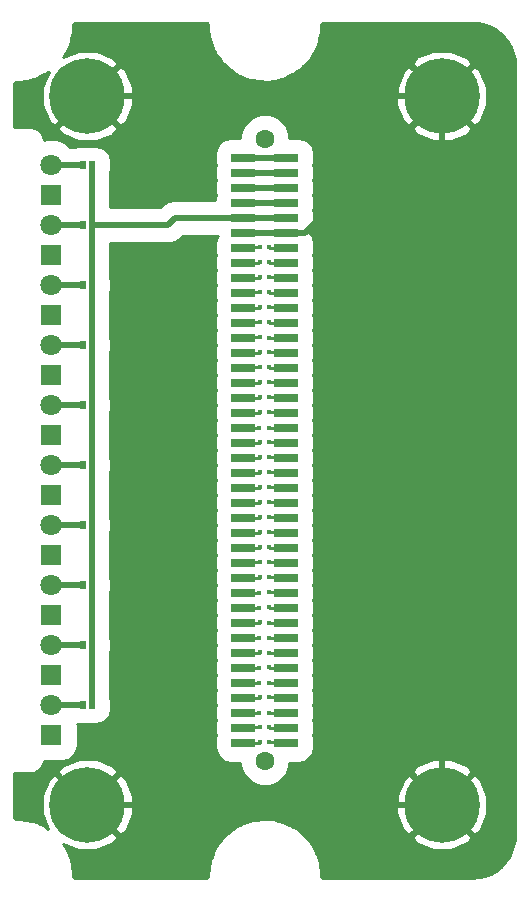
<source format=gbr>
G04 #@! TF.GenerationSoftware,KiCad,Pcbnew,(5.0.0-rc2-dev-107-g49486b83b)*
G04 #@! TF.CreationDate,2018-03-19T01:36:34+08:00*
G04 #@! TF.ProjectId,ebox-gpio-led,65626F782D6770696F2D6C65642E6B69,rev?*
G04 #@! TF.SameCoordinates,Original*
G04 #@! TF.FileFunction,Copper,L2,Bot,Signal*
G04 #@! TF.FilePolarity,Positive*
%FSLAX46Y46*%
G04 Gerber Fmt 4.6, Leading zero omitted, Abs format (unit mm)*
G04 Created by KiCad (PCBNEW (5.0.0-rc2-dev-107-g49486b83b)) date 03/19/18 01:36:34*
%MOMM*%
%LPD*%
G01*
G04 APERTURE LIST*
%ADD10C,1.600000*%
%ADD11R,2.100000X0.750000*%
%ADD12R,0.575000X0.650000*%
%ADD13C,0.800000*%
%ADD14C,6.400000*%
%ADD15C,1.800000*%
%ADD16R,1.800000X1.800000*%
%ADD17C,0.400000*%
%ADD18C,0.200000*%
%ADD19C,0.500000*%
%ADD20C,0.250000*%
%ADD21C,0.254000*%
G04 APERTURE END LIST*
D10*
X22500000Y-63839800D03*
X22512700Y-11122100D03*
X22500000Y-63839800D03*
X22500000Y-11122100D03*
D11*
X24300000Y-62265000D03*
X20700000Y-62265000D03*
X24300000Y-60995000D03*
X20700000Y-60995000D03*
X24300000Y-59725000D03*
X20700000Y-59725000D03*
X24300000Y-58455000D03*
X20700000Y-58455000D03*
X24300000Y-57185000D03*
X20700000Y-57185000D03*
X24300000Y-55915000D03*
X20700000Y-55915000D03*
X24300000Y-54645000D03*
X20700000Y-54645000D03*
X24300000Y-53375000D03*
X20700000Y-53375000D03*
X24300000Y-52105000D03*
X20700000Y-52105000D03*
X24300000Y-50835000D03*
X20700000Y-50835000D03*
X24300000Y-49565000D03*
X20700000Y-49565000D03*
X24300000Y-48295000D03*
X20700000Y-48295000D03*
X24300000Y-47025000D03*
X20700000Y-47025000D03*
X24300000Y-45755000D03*
X20700000Y-45755000D03*
X24300000Y-44485000D03*
X20700000Y-44485000D03*
X24300000Y-43215000D03*
X20700000Y-43215000D03*
X24300000Y-41945000D03*
X20700000Y-41945000D03*
X24300000Y-40675000D03*
X20700000Y-40675000D03*
X24300000Y-39405000D03*
X20700000Y-39405000D03*
X24300000Y-38135000D03*
X20700000Y-38135000D03*
X24300000Y-36865000D03*
X20700000Y-36865000D03*
X24300000Y-35595000D03*
X20700000Y-35595000D03*
X24300000Y-34325000D03*
X20700000Y-34325000D03*
X24300000Y-33055000D03*
X20700000Y-33055000D03*
X24300000Y-31785000D03*
X20700000Y-31785000D03*
X24300000Y-30515000D03*
X20700000Y-30515000D03*
X24300000Y-29245000D03*
X20700000Y-29245000D03*
X24300000Y-27975000D03*
X20700000Y-27975000D03*
X24300000Y-26705000D03*
X20700000Y-26705000D03*
X24300000Y-25435000D03*
X20700000Y-25435000D03*
X24300000Y-24165000D03*
X20700000Y-24165000D03*
X24300000Y-22895000D03*
X20700000Y-22895000D03*
X24300000Y-21625000D03*
X20700000Y-21625000D03*
X24300000Y-20355000D03*
X20700000Y-20355000D03*
X24300000Y-19085000D03*
X20700000Y-19085000D03*
X24300000Y-17815000D03*
X20700000Y-17815000D03*
X24300000Y-16545000D03*
X20700000Y-16545000D03*
X24300000Y-15275000D03*
X20700000Y-15275000D03*
X24300000Y-14005000D03*
X20700000Y-14005000D03*
X24300000Y-12735000D03*
X20700000Y-12735000D03*
D12*
X7874000Y-13335000D03*
X7099000Y-13335000D03*
X7874000Y-18415000D03*
X7099000Y-18415000D03*
D13*
X9197056Y-5802944D03*
X7500000Y-5100000D03*
X5802944Y-5802944D03*
X5100000Y-7500000D03*
X5802944Y-9197056D03*
X7500000Y-9900000D03*
X9197056Y-9197056D03*
X9900000Y-7500000D03*
D14*
X7500000Y-7500000D03*
D13*
X39197056Y-5802944D03*
X37500000Y-5100000D03*
X35802944Y-5802944D03*
X35100000Y-7500000D03*
X35802944Y-9197056D03*
X37500000Y-9900000D03*
X39197056Y-9197056D03*
X39900000Y-7500000D03*
D14*
X37500000Y-7500000D03*
D13*
X9197056Y-65802944D03*
X7500000Y-65100000D03*
X5802944Y-65802944D03*
X5100000Y-67500000D03*
X5802944Y-69197056D03*
X7500000Y-69900000D03*
X9197056Y-69197056D03*
X9900000Y-67500000D03*
D14*
X7500000Y-67500000D03*
D13*
X39197056Y-65802944D03*
X37500000Y-65100000D03*
X35802944Y-65802944D03*
X35100000Y-67500000D03*
X35802944Y-69197056D03*
X37500000Y-69900000D03*
X39197056Y-69197056D03*
X39900000Y-67500000D03*
D14*
X37500000Y-67500000D03*
D12*
X7099000Y-23495000D03*
X7874000Y-23495000D03*
X7874000Y-28575000D03*
X7099000Y-28575000D03*
X7099000Y-33655000D03*
X7874000Y-33655000D03*
X7874000Y-38735000D03*
X7099000Y-38735000D03*
X7099000Y-43815000D03*
X7874000Y-43815000D03*
X7874000Y-48895000D03*
X7099000Y-48895000D03*
X7099000Y-53975000D03*
X7874000Y-53975000D03*
X7874000Y-59055000D03*
X7099000Y-59055000D03*
D15*
X4445000Y-13335000D03*
D16*
X4445000Y-15875000D03*
X4445000Y-20955000D03*
D15*
X4445000Y-18415000D03*
X4445000Y-23495000D03*
D16*
X4445000Y-26035000D03*
X4445000Y-31115000D03*
D15*
X4445000Y-28575000D03*
X4445000Y-33655000D03*
D16*
X4445000Y-36195000D03*
X4445000Y-41275000D03*
D15*
X4445000Y-38735000D03*
D16*
X4445000Y-46355000D03*
D15*
X4445000Y-43815000D03*
X4445000Y-48895000D03*
D16*
X4445000Y-51435000D03*
X4445000Y-56515000D03*
D15*
X4445000Y-53975000D03*
X4445000Y-59055000D03*
D16*
X4445000Y-61595000D03*
D17*
X22860000Y-15240000D03*
X22098000Y-15240000D03*
X22860000Y-19050000D03*
X22860000Y-17780000D03*
X22860000Y-16510000D03*
X22860000Y-13970000D03*
X22860000Y-12700000D03*
X22098000Y-19050000D03*
X22098000Y-17780000D03*
X22098000Y-16510000D03*
X22098000Y-13970000D03*
X22098000Y-12700000D03*
X22098000Y-21590000D03*
D18*
X16510000Y-15875000D03*
X16510000Y-21590000D03*
X11430000Y-16510000D03*
X11430000Y-12700000D03*
X16510000Y-12700000D03*
X14605000Y-62865000D03*
X41275000Y-62865000D03*
X41275000Y-55880000D03*
X41275000Y-48895000D03*
X41275000Y-41275000D03*
X41275000Y-34925000D03*
X41275000Y-28575000D03*
X41275000Y-24130000D03*
X41275000Y-19050000D03*
X35560000Y-62865000D03*
X35560000Y-55880000D03*
X35560000Y-48895000D03*
X35560000Y-41275000D03*
X35560000Y-34925000D03*
X35560000Y-28575000D03*
X35560000Y-24130000D03*
X35560000Y-19050000D03*
X29845000Y-62865000D03*
X29845000Y-55880000D03*
X29845000Y-48895000D03*
X29845000Y-41275000D03*
X29845000Y-34925000D03*
X29845000Y-28575000D03*
X29845000Y-24130000D03*
X29845000Y-19050000D03*
X29845000Y-12700000D03*
X35560000Y-12700000D03*
X41275000Y-12700000D03*
D17*
X22098000Y-20320000D03*
X22860000Y-20320000D03*
X22860000Y-21590000D03*
X22098000Y-22860000D03*
X22860000Y-22860000D03*
X22098000Y-24130000D03*
X22860000Y-24130000D03*
X22098000Y-25400000D03*
X22860000Y-25400000D03*
X22098000Y-26670000D03*
X22860000Y-26670000D03*
X22098000Y-27940000D03*
X22895000Y-27975000D03*
X22098000Y-29210000D03*
X22860000Y-29210000D03*
X22098000Y-30480000D03*
X22860000Y-30480000D03*
X22098000Y-31750000D03*
X22860000Y-31750000D03*
X22098000Y-33020000D03*
X22860000Y-33020000D03*
X22098000Y-34290000D03*
X22860000Y-34290000D03*
X22063000Y-35595000D03*
X22895000Y-35595000D03*
X22098000Y-36830000D03*
X22860000Y-36830000D03*
X22098000Y-38100000D03*
X22860000Y-38100000D03*
X22098000Y-39370000D03*
X22860000Y-39370000D03*
X22098000Y-40640000D03*
X22860000Y-40640000D03*
X22098000Y-41910000D03*
X22860000Y-41910000D03*
X22098000Y-43180000D03*
X22860000Y-43180000D03*
X22098000Y-44450000D03*
X22860000Y-44450000D03*
X22098000Y-45720000D03*
X22860000Y-45720000D03*
X22098000Y-46990000D03*
X22860000Y-46990000D03*
X22098000Y-48260000D03*
X22860000Y-48260000D03*
X22063000Y-49565000D03*
X22860000Y-49530000D03*
X22063000Y-50835000D03*
X22860000Y-50800000D03*
X22098000Y-52070000D03*
X22895000Y-52105000D03*
X22063000Y-53375000D03*
X22895000Y-53375000D03*
X22098000Y-54610000D03*
X22895000Y-54645000D03*
X22063000Y-55915000D03*
X22860000Y-55880000D03*
X22063000Y-57185000D03*
X22895000Y-57185000D03*
X22098000Y-58420000D03*
X22860000Y-58420000D03*
X22063000Y-59725000D03*
X22895000Y-59725000D03*
X22895000Y-59725000D03*
X22098000Y-60960000D03*
X22860000Y-60960000D03*
X22098000Y-62230000D03*
X22860000Y-62230000D03*
D19*
X20700000Y-12735000D02*
X24300000Y-12735000D01*
X24300000Y-14005000D02*
X20700000Y-14005000D01*
X24300000Y-16545000D02*
X20700000Y-16545000D01*
X14951000Y-17815000D02*
X14351000Y-18415000D01*
X14351000Y-18415000D02*
X7874000Y-18415000D01*
X20700000Y-17815000D02*
X14951000Y-17815000D01*
X7874000Y-59055000D02*
X7874000Y-13335000D01*
X20700000Y-17815000D02*
X24300000Y-17815000D01*
D20*
X20700000Y-21625000D02*
X22000000Y-21625000D01*
D19*
X7500000Y-67500000D02*
X37500000Y-67500000D01*
X37500000Y-7500000D02*
X37500000Y-67500000D01*
X7500000Y-7500000D02*
X37500000Y-7500000D01*
X24300000Y-19085000D02*
X25915000Y-19085000D01*
X25915000Y-19085000D02*
X37500000Y-7500000D01*
X24300000Y-19085000D02*
X20700000Y-19085000D01*
D20*
X22098000Y-20320000D02*
X20735000Y-20320000D01*
X20735000Y-20320000D02*
X20700000Y-20355000D01*
X22895000Y-20355000D02*
X22860000Y-20320000D01*
X24300000Y-20355000D02*
X22895000Y-20355000D01*
X22895000Y-21625000D02*
X22860000Y-21590000D01*
X24300000Y-21625000D02*
X22895000Y-21625000D01*
X22063000Y-22895000D02*
X22098000Y-22860000D01*
X20700000Y-22895000D02*
X22063000Y-22895000D01*
X22860000Y-22860000D02*
X24265000Y-22860000D01*
X24265000Y-22860000D02*
X24300000Y-22895000D01*
X22098000Y-24130000D02*
X20735000Y-24130000D01*
X20735000Y-24130000D02*
X20700000Y-24165000D01*
X22895000Y-24165000D02*
X22860000Y-24130000D01*
X24300000Y-24165000D02*
X22895000Y-24165000D01*
X22063000Y-25435000D02*
X22098000Y-25400000D01*
X20700000Y-25435000D02*
X22063000Y-25435000D01*
X22860000Y-25400000D02*
X24265000Y-25400000D01*
X24265000Y-25400000D02*
X24300000Y-25435000D01*
X22098000Y-26670000D02*
X20735000Y-26670000D01*
X20735000Y-26670000D02*
X20700000Y-26705000D01*
X22895000Y-26705000D02*
X22860000Y-26670000D01*
X24300000Y-26705000D02*
X22895000Y-26705000D01*
X22098000Y-27940000D02*
X20735000Y-27940000D01*
X20735000Y-27940000D02*
X20700000Y-27975000D01*
X24300000Y-27975000D02*
X22895000Y-27975000D01*
X22063000Y-29245000D02*
X22098000Y-29210000D01*
X20700000Y-29245000D02*
X22063000Y-29245000D01*
X22860000Y-29210000D02*
X24265000Y-29210000D01*
X24265000Y-29210000D02*
X24300000Y-29245000D01*
X22098000Y-30480000D02*
X20735000Y-30480000D01*
X20735000Y-30480000D02*
X20700000Y-30515000D01*
X22895000Y-30515000D02*
X22860000Y-30480000D01*
X24300000Y-30515000D02*
X22895000Y-30515000D01*
X22063000Y-31785000D02*
X22098000Y-31750000D01*
X20700000Y-31785000D02*
X22063000Y-31785000D01*
X22860000Y-31750000D02*
X24265000Y-31750000D01*
X24265000Y-31750000D02*
X24300000Y-31785000D01*
X22063000Y-33055000D02*
X22098000Y-33020000D01*
X20700000Y-33055000D02*
X22063000Y-33055000D01*
X22860000Y-33020000D02*
X24265000Y-33020000D01*
X24265000Y-33020000D02*
X24300000Y-33055000D01*
X22063000Y-34325000D02*
X22098000Y-34290000D01*
X20700000Y-34325000D02*
X22063000Y-34325000D01*
X22860000Y-34290000D02*
X24265000Y-34290000D01*
X24265000Y-34290000D02*
X24300000Y-34325000D01*
X22063000Y-35595000D02*
X20700000Y-35595000D01*
X22895000Y-35595000D02*
X24300000Y-35595000D01*
X22063000Y-36865000D02*
X22098000Y-36830000D01*
X20700000Y-36865000D02*
X22063000Y-36865000D01*
X22860000Y-36830000D02*
X24265000Y-36830000D01*
X24265000Y-36830000D02*
X24300000Y-36865000D01*
X22063000Y-38135000D02*
X22098000Y-38100000D01*
X20700000Y-38135000D02*
X22063000Y-38135000D01*
X22860000Y-38100000D02*
X24265000Y-38100000D01*
X24265000Y-38100000D02*
X24300000Y-38135000D01*
X22063000Y-39405000D02*
X22098000Y-39370000D01*
X20700000Y-39405000D02*
X22063000Y-39405000D01*
X22860000Y-39370000D02*
X24265000Y-39370000D01*
X24265000Y-39370000D02*
X24300000Y-39405000D01*
X22063000Y-40675000D02*
X22098000Y-40640000D01*
X20700000Y-40675000D02*
X22063000Y-40675000D01*
X22860000Y-40640000D02*
X24265000Y-40640000D01*
X24265000Y-40640000D02*
X24300000Y-40675000D01*
X22063000Y-41945000D02*
X22098000Y-41910000D01*
X20700000Y-41945000D02*
X22063000Y-41945000D01*
X22860000Y-41910000D02*
X24265000Y-41910000D01*
X24265000Y-41910000D02*
X24300000Y-41945000D01*
X22063000Y-43215000D02*
X22098000Y-43180000D01*
X20700000Y-43215000D02*
X22063000Y-43215000D01*
X22860000Y-43180000D02*
X24265000Y-43180000D01*
X24265000Y-43180000D02*
X24300000Y-43215000D01*
X22063000Y-44485000D02*
X22098000Y-44450000D01*
X20700000Y-44485000D02*
X22063000Y-44485000D01*
X22860000Y-44450000D02*
X24265000Y-44450000D01*
X24265000Y-44450000D02*
X24300000Y-44485000D01*
X22063000Y-45755000D02*
X22098000Y-45720000D01*
X20700000Y-45755000D02*
X22063000Y-45755000D01*
X22895000Y-45755000D02*
X22860000Y-45720000D01*
X24300000Y-45755000D02*
X22895000Y-45755000D01*
X22098000Y-46990000D02*
X20735000Y-46990000D01*
X20735000Y-46990000D02*
X20700000Y-47025000D01*
X22860000Y-46990000D02*
X24265000Y-46990000D01*
X24265000Y-46990000D02*
X24300000Y-47025000D01*
X22063000Y-48295000D02*
X22098000Y-48260000D01*
X20700000Y-48295000D02*
X22063000Y-48295000D01*
X22860000Y-48260000D02*
X24265000Y-48260000D01*
X24265000Y-48260000D02*
X24300000Y-48295000D01*
X20700000Y-49565000D02*
X22063000Y-49565000D01*
X22860000Y-49530000D02*
X24265000Y-49530000D01*
X24265000Y-49530000D02*
X24300000Y-49565000D01*
X20700000Y-50835000D02*
X22063000Y-50835000D01*
X22895000Y-50835000D02*
X22860000Y-50800000D01*
X24300000Y-50835000D02*
X22895000Y-50835000D01*
X22063000Y-52105000D02*
X22098000Y-52070000D01*
X20700000Y-52105000D02*
X22063000Y-52105000D01*
X22895000Y-52105000D02*
X24300000Y-52105000D01*
X22063000Y-53375000D02*
X20700000Y-53375000D01*
X24300000Y-53375000D02*
X22895000Y-53375000D01*
X22063000Y-54645000D02*
X22098000Y-54610000D01*
X20700000Y-54645000D02*
X22063000Y-54645000D01*
X24300000Y-54645000D02*
X22895000Y-54645000D01*
X20700000Y-55915000D02*
X22063000Y-55915000D01*
X22895000Y-55915000D02*
X22860000Y-55880000D01*
X24300000Y-55915000D02*
X22895000Y-55915000D01*
X20700000Y-57185000D02*
X22063000Y-57185000D01*
X24300000Y-57185000D02*
X22895000Y-57185000D01*
X22063000Y-58455000D02*
X22098000Y-58420000D01*
X20700000Y-58455000D02*
X22063000Y-58455000D01*
X22860000Y-58420000D02*
X24265000Y-58420000D01*
X24265000Y-58420000D02*
X24300000Y-58455000D01*
X20700000Y-59725000D02*
X22063000Y-59725000D01*
X24300000Y-59725000D02*
X22895000Y-59725000D01*
X22098000Y-60960000D02*
X20735000Y-60960000D01*
X20735000Y-60960000D02*
X20700000Y-60995000D01*
X22895000Y-60995000D02*
X22860000Y-60960000D01*
X24300000Y-60995000D02*
X22895000Y-60995000D01*
X22063000Y-62265000D02*
X22098000Y-62230000D01*
X20700000Y-62265000D02*
X22063000Y-62265000D01*
X22860000Y-62230000D02*
X24265000Y-62230000D01*
X24265000Y-62230000D02*
X24300000Y-62265000D01*
D19*
X20700000Y-15275000D02*
X24300000Y-15275000D01*
X7099000Y-13335000D02*
X4445000Y-13335000D01*
X7099000Y-18415000D02*
X4445000Y-18415000D01*
X7099000Y-23495000D02*
X4445000Y-23495000D01*
X7099000Y-28575000D02*
X4445000Y-28575000D01*
X7099000Y-33655000D02*
X4445000Y-33655000D01*
X7099000Y-38735000D02*
X4445000Y-38735000D01*
X7099000Y-43815000D02*
X4445000Y-43815000D01*
X7099000Y-48895000D02*
X4445000Y-48895000D01*
X7099000Y-53975000D02*
X4445000Y-53975000D01*
X7099000Y-59055000D02*
X4445000Y-59055000D01*
D21*
G36*
X17529206Y-1292185D02*
X17557849Y-1298273D01*
X17585351Y-1308283D01*
X17611212Y-1322034D01*
X17634892Y-1339239D01*
X17655952Y-1359576D01*
X17673980Y-1382651D01*
X17688618Y-1408004D01*
X17699588Y-1435155D01*
X17706669Y-1463556D01*
X17713784Y-1531253D01*
X17713784Y-1544917D01*
X17722310Y-1789065D01*
X17724661Y-1811433D01*
X17724661Y-1833923D01*
X17734051Y-1923262D01*
X17802008Y-2406805D01*
X17811351Y-2450761D01*
X17817607Y-2495274D01*
X17839336Y-2582421D01*
X17839339Y-2582435D01*
X17839340Y-2582437D01*
X17973933Y-3051817D01*
X17989300Y-3094039D01*
X18001691Y-3137250D01*
X18035343Y-3220541D01*
X18233950Y-3666620D01*
X18255049Y-3706301D01*
X18273330Y-3747361D01*
X18318246Y-3825158D01*
X18577004Y-4239256D01*
X18603422Y-4275617D01*
X18627236Y-4313727D01*
X18682541Y-4384515D01*
X18996411Y-4758571D01*
X19027628Y-4790896D01*
X19056519Y-4825328D01*
X19121139Y-4887730D01*
X19484013Y-5214465D01*
X19519432Y-5242137D01*
X19552829Y-5272208D01*
X19625504Y-5325010D01*
X20030319Y-5598061D01*
X20069246Y-5620535D01*
X20106501Y-5645664D01*
X20185818Y-5687838D01*
X20624695Y-5901892D01*
X20666366Y-5918728D01*
X20706757Y-5938428D01*
X20791171Y-5969152D01*
X21255567Y-6120044D01*
X21299173Y-6130916D01*
X21341918Y-6144805D01*
X21429787Y-6163482D01*
X21910663Y-6248274D01*
X21955354Y-6252971D01*
X21999622Y-6260777D01*
X22089229Y-6267043D01*
X22089235Y-6267043D01*
X22577233Y-6284084D01*
X22622149Y-6282516D01*
X22667064Y-6284084D01*
X22756677Y-6277818D01*
X23242298Y-6226777D01*
X23286556Y-6218973D01*
X23331254Y-6214275D01*
X23419122Y-6195598D01*
X23892912Y-6077469D01*
X23935657Y-6063580D01*
X23979264Y-6052708D01*
X24063661Y-6021989D01*
X24063677Y-6021984D01*
X24063684Y-6021981D01*
X24516418Y-5839064D01*
X24556804Y-5819366D01*
X24598481Y-5802528D01*
X24677798Y-5760354D01*
X25100674Y-5516207D01*
X25137931Y-5491077D01*
X25176857Y-5468603D01*
X25249532Y-5415801D01*
X25634314Y-5115176D01*
X25667706Y-5085110D01*
X25703127Y-5057436D01*
X25767746Y-4995033D01*
X25995594Y-4759090D01*
X34938695Y-4759090D01*
X37500000Y-7320395D01*
X40061305Y-4759090D01*
X39694360Y-4263657D01*
X38288829Y-3670264D01*
X36763207Y-3659913D01*
X35349754Y-4234181D01*
X35305640Y-4263657D01*
X34938695Y-4759090D01*
X25995594Y-4759090D01*
X26106946Y-4643783D01*
X26135835Y-4609354D01*
X26167057Y-4577023D01*
X26222363Y-4506234D01*
X26509374Y-4111195D01*
X26533191Y-4073080D01*
X26559605Y-4036724D01*
X26604521Y-3958928D01*
X26833762Y-3527789D01*
X26852040Y-3486737D01*
X26873142Y-3447049D01*
X26906793Y-3363759D01*
X27073800Y-2904912D01*
X27086188Y-2861709D01*
X27101560Y-2819476D01*
X27123292Y-2732313D01*
X27224814Y-2254688D01*
X27231068Y-2210187D01*
X27240413Y-2166223D01*
X27249803Y-2076883D01*
X27283865Y-1589778D01*
X27283865Y-1589776D01*
X27292185Y-1470794D01*
X27298273Y-1442151D01*
X27308283Y-1414649D01*
X27322034Y-1388788D01*
X27339239Y-1365108D01*
X27359576Y-1344048D01*
X27382651Y-1326020D01*
X27408004Y-1311382D01*
X27435155Y-1300412D01*
X27463556Y-1293331D01*
X27523793Y-1287000D01*
X39955055Y-1287000D01*
X40516312Y-1326247D01*
X41022579Y-1433858D01*
X41508935Y-1610877D01*
X41965924Y-1853862D01*
X42384651Y-2158085D01*
X42756963Y-2517623D01*
X43075614Y-2925477D01*
X43334399Y-3373708D01*
X43528283Y-3853586D01*
X43653496Y-4355791D01*
X43711131Y-4904149D01*
X43713000Y-5011235D01*
X43713001Y-69955041D01*
X43673753Y-70516313D01*
X43566144Y-71022573D01*
X43389123Y-71508936D01*
X43146138Y-71965924D01*
X42841917Y-72384648D01*
X42482379Y-72756961D01*
X42074526Y-73075611D01*
X41626296Y-73334397D01*
X41146411Y-73528284D01*
X40644211Y-73653496D01*
X40095850Y-73711131D01*
X39988766Y-73713000D01*
X27544945Y-73713000D01*
X27470795Y-73707815D01*
X27442152Y-73701727D01*
X27414647Y-73691716D01*
X27388789Y-73677967D01*
X27365109Y-73660763D01*
X27344044Y-73640420D01*
X27326021Y-73617351D01*
X27311383Y-73591997D01*
X27300412Y-73564844D01*
X27293331Y-73536443D01*
X27286216Y-73468747D01*
X27286216Y-73455084D01*
X27277690Y-73210935D01*
X27275339Y-73188567D01*
X27275339Y-73166077D01*
X27265949Y-73076738D01*
X27197992Y-72593195D01*
X27188649Y-72549239D01*
X27182393Y-72504726D01*
X27160661Y-72417563D01*
X27026067Y-71948183D01*
X27010700Y-71905961D01*
X26998309Y-71862750D01*
X26964657Y-71779459D01*
X26766050Y-71333380D01*
X26744951Y-71293699D01*
X26726670Y-71252639D01*
X26681754Y-71174842D01*
X26422996Y-70760744D01*
X26396576Y-70724380D01*
X26372764Y-70686273D01*
X26317458Y-70615485D01*
X26317457Y-70615483D01*
X26317452Y-70615478D01*
X26003589Y-70241429D01*
X26003088Y-70240910D01*
X34938695Y-70240910D01*
X35305640Y-70736343D01*
X36711171Y-71329736D01*
X38236793Y-71340087D01*
X39650246Y-70765819D01*
X39694360Y-70736343D01*
X40061305Y-70240910D01*
X37500000Y-67679605D01*
X34938695Y-70240910D01*
X26003088Y-70240910D01*
X25972371Y-70209102D01*
X25943481Y-70174672D01*
X25878861Y-70112270D01*
X25515987Y-69785536D01*
X25480574Y-69757868D01*
X25447171Y-69727792D01*
X25374496Y-69674990D01*
X24969681Y-69401939D01*
X24930754Y-69379465D01*
X24893499Y-69354336D01*
X24814182Y-69312162D01*
X24375305Y-69098108D01*
X24333634Y-69081272D01*
X24293243Y-69061572D01*
X24208829Y-69030848D01*
X23744433Y-68879956D01*
X23700827Y-68869084D01*
X23658082Y-68855195D01*
X23570213Y-68836518D01*
X23089336Y-68751726D01*
X23044645Y-68747029D01*
X23000377Y-68739223D01*
X22910771Y-68732957D01*
X22910765Y-68732957D01*
X22422767Y-68715916D01*
X22377851Y-68717484D01*
X22332936Y-68715916D01*
X22243323Y-68722182D01*
X21757702Y-68773223D01*
X21713444Y-68781027D01*
X21668746Y-68785725D01*
X21580877Y-68804402D01*
X21107088Y-68922531D01*
X21064342Y-68936420D01*
X21020736Y-68947292D01*
X20936322Y-68978016D01*
X20483582Y-69160936D01*
X20443196Y-69180634D01*
X20401519Y-69197472D01*
X20322202Y-69239646D01*
X19899326Y-69483793D01*
X19862072Y-69508921D01*
X19823144Y-69531396D01*
X19750468Y-69584198D01*
X19365686Y-69884824D01*
X19332287Y-69914896D01*
X19296874Y-69942564D01*
X19232254Y-70004966D01*
X18893055Y-70356217D01*
X18864166Y-70390645D01*
X18832943Y-70422978D01*
X18777637Y-70493766D01*
X18490625Y-70888806D01*
X18466808Y-70926922D01*
X18440395Y-70963276D01*
X18395479Y-71041073D01*
X18166238Y-71472211D01*
X18147961Y-71513262D01*
X18126858Y-71552951D01*
X18093207Y-71636241D01*
X17926200Y-72095088D01*
X17913813Y-72138288D01*
X17898440Y-72180524D01*
X17876708Y-72267688D01*
X17775186Y-72745312D01*
X17768931Y-72789816D01*
X17759587Y-72833778D01*
X17750197Y-72923117D01*
X17716135Y-73410223D01*
X17707815Y-73529205D01*
X17701727Y-73557848D01*
X17691716Y-73585353D01*
X17677967Y-73611211D01*
X17660763Y-73634891D01*
X17640420Y-73655956D01*
X17617351Y-73673979D01*
X17591997Y-73688617D01*
X17564844Y-73699588D01*
X17536443Y-73706669D01*
X17476206Y-73713000D01*
X6544945Y-73713000D01*
X6470795Y-73707815D01*
X6442152Y-73701727D01*
X6414647Y-73691716D01*
X6388789Y-73677967D01*
X6365109Y-73660763D01*
X6344044Y-73640420D01*
X6326021Y-73617351D01*
X6311383Y-73591997D01*
X6300412Y-73564844D01*
X6293331Y-73536443D01*
X6286737Y-73473705D01*
X6284672Y-73355392D01*
X6283691Y-73344182D01*
X6284084Y-73332936D01*
X6277818Y-73243323D01*
X6226777Y-72757702D01*
X6218973Y-72713444D01*
X6214275Y-72668746D01*
X6195598Y-72580877D01*
X6077469Y-72107088D01*
X6063580Y-72064342D01*
X6052708Y-72020736D01*
X6021984Y-71936322D01*
X5839064Y-71483582D01*
X5819366Y-71443196D01*
X5802528Y-71401519D01*
X5760354Y-71322202D01*
X5516207Y-70899326D01*
X5491079Y-70862072D01*
X5468604Y-70823144D01*
X5449740Y-70797180D01*
X6711171Y-71329736D01*
X8236793Y-71340087D01*
X9650246Y-70765819D01*
X9694360Y-70736343D01*
X10061305Y-70240910D01*
X7500000Y-67679605D01*
X7485858Y-67693748D01*
X7306253Y-67514143D01*
X7320395Y-67500000D01*
X7679605Y-67500000D01*
X10240910Y-70061305D01*
X10736343Y-69694360D01*
X11329736Y-68288829D01*
X11330089Y-68236793D01*
X33659913Y-68236793D01*
X34234181Y-69650246D01*
X34263657Y-69694360D01*
X34759090Y-70061305D01*
X37320395Y-67500000D01*
X37679605Y-67500000D01*
X40240910Y-70061305D01*
X40736343Y-69694360D01*
X41329736Y-68288829D01*
X41340087Y-66763207D01*
X40765819Y-65349754D01*
X40736343Y-65305640D01*
X40240910Y-64938695D01*
X37679605Y-67500000D01*
X37320395Y-67500000D01*
X34759090Y-64938695D01*
X34263657Y-65305640D01*
X33670264Y-66711171D01*
X33659913Y-68236793D01*
X11330089Y-68236793D01*
X11340087Y-66763207D01*
X10765819Y-65349754D01*
X10736343Y-65305640D01*
X10240910Y-64938695D01*
X7679605Y-67500000D01*
X7320395Y-67500000D01*
X4759090Y-64938695D01*
X4263657Y-65305640D01*
X3670264Y-66711171D01*
X3659913Y-68236793D01*
X4193676Y-69550552D01*
X4111194Y-69490625D01*
X4073078Y-69466808D01*
X4036724Y-69440395D01*
X3958927Y-69395479D01*
X3958924Y-69395477D01*
X3958919Y-69395475D01*
X3527789Y-69166238D01*
X3486738Y-69147961D01*
X3447049Y-69126858D01*
X3363759Y-69093207D01*
X2904912Y-68926200D01*
X2861712Y-68913813D01*
X2819476Y-68898440D01*
X2732327Y-68876712D01*
X2732314Y-68876708D01*
X2732308Y-68876707D01*
X2254688Y-68775186D01*
X2210184Y-68768931D01*
X2166222Y-68759587D01*
X2076883Y-68750197D01*
X1589777Y-68716135D01*
X1470795Y-68707815D01*
X1442152Y-68701727D01*
X1414647Y-68691716D01*
X1388789Y-68677967D01*
X1365109Y-68660763D01*
X1344044Y-68640420D01*
X1326021Y-68617351D01*
X1311383Y-68591997D01*
X1300412Y-68564844D01*
X1293331Y-68536443D01*
X1287000Y-68476206D01*
X1287000Y-64857000D01*
X2413245Y-64857000D01*
X2540000Y-64882213D01*
X2666754Y-64857000D01*
X2666755Y-64857000D01*
X3042162Y-64782327D01*
X3076938Y-64759090D01*
X4938695Y-64759090D01*
X7500000Y-67320395D01*
X10061305Y-64759090D01*
X9694360Y-64263657D01*
X8288829Y-63670264D01*
X6763207Y-63659913D01*
X5349754Y-64234181D01*
X5305640Y-64263657D01*
X4938695Y-64759090D01*
X3076938Y-64759090D01*
X3467875Y-64497875D01*
X3752327Y-64072162D01*
X3805029Y-63807213D01*
X5345000Y-63807213D01*
X5847162Y-63707327D01*
X6272875Y-63422875D01*
X6557327Y-62997162D01*
X6657213Y-62495000D01*
X6657213Y-60695000D01*
X6650280Y-60660144D01*
X6811500Y-60692213D01*
X7386500Y-60692213D01*
X7486500Y-60672322D01*
X7586500Y-60692213D01*
X8161500Y-60692213D01*
X8663662Y-60592327D01*
X9089375Y-60307875D01*
X9373827Y-59882162D01*
X9473713Y-59380000D01*
X9473713Y-58730000D01*
X9411000Y-58414720D01*
X9411000Y-54615280D01*
X9473713Y-54300000D01*
X9473713Y-53650000D01*
X9411000Y-53334720D01*
X9411000Y-49535280D01*
X9473713Y-49220000D01*
X9473713Y-48570000D01*
X9411000Y-48254720D01*
X9411000Y-44455280D01*
X9473713Y-44140000D01*
X9473713Y-43490000D01*
X9411000Y-43174720D01*
X9411000Y-39375280D01*
X9473713Y-39060000D01*
X9473713Y-38410000D01*
X9411000Y-38094720D01*
X9411000Y-34295280D01*
X9473713Y-33980000D01*
X9473713Y-33330000D01*
X9411000Y-33014720D01*
X9411000Y-29215280D01*
X9473713Y-28900000D01*
X9473713Y-28250000D01*
X9411000Y-27934720D01*
X9411000Y-24135280D01*
X9473713Y-23820000D01*
X9473713Y-23170000D01*
X9411000Y-22854720D01*
X9411000Y-19952000D01*
X14199623Y-19952000D01*
X14351000Y-19982111D01*
X14502377Y-19952000D01*
X14502378Y-19952000D01*
X14950707Y-19862822D01*
X15459115Y-19523115D01*
X15544867Y-19394778D01*
X15587645Y-19352000D01*
X18521755Y-19352000D01*
X18437673Y-19477838D01*
X18337787Y-19980000D01*
X18337787Y-20730000D01*
X18389504Y-20990000D01*
X18337787Y-21250000D01*
X18337787Y-22000000D01*
X18389504Y-22260000D01*
X18337787Y-22520000D01*
X18337787Y-23270000D01*
X18389504Y-23530000D01*
X18337787Y-23790000D01*
X18337787Y-24540000D01*
X18389504Y-24800000D01*
X18337787Y-25060000D01*
X18337787Y-25810000D01*
X18389504Y-26070000D01*
X18337787Y-26330000D01*
X18337787Y-27080000D01*
X18389504Y-27340000D01*
X18337787Y-27600000D01*
X18337787Y-28350000D01*
X18389504Y-28610000D01*
X18337787Y-28870000D01*
X18337787Y-29620000D01*
X18389504Y-29880000D01*
X18337787Y-30140000D01*
X18337787Y-30890000D01*
X18389504Y-31150000D01*
X18337787Y-31410000D01*
X18337787Y-32160000D01*
X18389504Y-32420000D01*
X18337787Y-32680000D01*
X18337787Y-33430000D01*
X18389504Y-33690000D01*
X18337787Y-33950000D01*
X18337787Y-34700000D01*
X18389504Y-34960000D01*
X18337787Y-35220000D01*
X18337787Y-35970000D01*
X18389504Y-36230000D01*
X18337787Y-36490000D01*
X18337787Y-37240000D01*
X18389504Y-37500000D01*
X18337787Y-37760000D01*
X18337787Y-38510000D01*
X18389504Y-38770000D01*
X18337787Y-39030000D01*
X18337787Y-39780000D01*
X18389504Y-40040000D01*
X18337787Y-40300000D01*
X18337787Y-41050000D01*
X18389504Y-41310000D01*
X18337787Y-41570000D01*
X18337787Y-42320000D01*
X18389504Y-42580000D01*
X18337787Y-42840000D01*
X18337787Y-43590000D01*
X18389504Y-43850000D01*
X18337787Y-44110000D01*
X18337787Y-44860000D01*
X18389504Y-45120000D01*
X18337787Y-45380000D01*
X18337787Y-46130000D01*
X18389504Y-46390000D01*
X18337787Y-46650000D01*
X18337787Y-47400000D01*
X18389504Y-47660000D01*
X18337787Y-47920000D01*
X18337787Y-48670000D01*
X18389504Y-48930000D01*
X18337787Y-49190000D01*
X18337787Y-49940000D01*
X18389504Y-50200000D01*
X18337787Y-50460000D01*
X18337787Y-51210000D01*
X18389504Y-51470000D01*
X18337787Y-51730000D01*
X18337787Y-52480000D01*
X18389504Y-52740000D01*
X18337787Y-53000000D01*
X18337787Y-53750000D01*
X18389504Y-54010000D01*
X18337787Y-54270000D01*
X18337787Y-55020000D01*
X18389504Y-55280000D01*
X18337787Y-55540000D01*
X18337787Y-56290000D01*
X18389504Y-56550000D01*
X18337787Y-56810000D01*
X18337787Y-57560000D01*
X18389504Y-57820000D01*
X18337787Y-58080000D01*
X18337787Y-58830000D01*
X18389504Y-59090000D01*
X18337787Y-59350000D01*
X18337787Y-60100000D01*
X18389504Y-60360000D01*
X18337787Y-60620000D01*
X18337787Y-61370000D01*
X18389504Y-61630000D01*
X18337787Y-61890000D01*
X18337787Y-62640000D01*
X18437673Y-63142162D01*
X18722125Y-63567875D01*
X19147838Y-63852327D01*
X19650000Y-63952213D01*
X20413000Y-63952213D01*
X20413000Y-64254930D01*
X20730727Y-65021991D01*
X21317809Y-65609073D01*
X22084870Y-65926800D01*
X22915130Y-65926800D01*
X23682191Y-65609073D01*
X24269273Y-65021991D01*
X24378170Y-64759090D01*
X34938695Y-64759090D01*
X37500000Y-67320395D01*
X40061305Y-64759090D01*
X39694360Y-64263657D01*
X38288829Y-63670264D01*
X36763207Y-63659913D01*
X35349754Y-64234181D01*
X35305640Y-64263657D01*
X34938695Y-64759090D01*
X24378170Y-64759090D01*
X24587000Y-64254930D01*
X24587000Y-63952213D01*
X25350000Y-63952213D01*
X25852162Y-63852327D01*
X26277875Y-63567875D01*
X26562327Y-63142162D01*
X26662213Y-62640000D01*
X26662213Y-61890000D01*
X26610496Y-61630000D01*
X26662213Y-61370000D01*
X26662213Y-60620000D01*
X26610496Y-60360000D01*
X26662213Y-60100000D01*
X26662213Y-59350000D01*
X26610496Y-59090000D01*
X26662213Y-58830000D01*
X26662213Y-58080000D01*
X26610496Y-57820000D01*
X26662213Y-57560000D01*
X26662213Y-56810000D01*
X26610496Y-56550000D01*
X26662213Y-56290000D01*
X26662213Y-55540000D01*
X26610496Y-55280000D01*
X26662213Y-55020000D01*
X26662213Y-54270000D01*
X26610496Y-54010000D01*
X26662213Y-53750000D01*
X26662213Y-53000000D01*
X26610496Y-52740000D01*
X26662213Y-52480000D01*
X26662213Y-51730000D01*
X26610496Y-51470000D01*
X26662213Y-51210000D01*
X26662213Y-50460000D01*
X26610496Y-50200000D01*
X26662213Y-49940000D01*
X26662213Y-49190000D01*
X26610496Y-48930000D01*
X26662213Y-48670000D01*
X26662213Y-47920000D01*
X26610496Y-47660000D01*
X26662213Y-47400000D01*
X26662213Y-46650000D01*
X26610496Y-46390000D01*
X26662213Y-46130000D01*
X26662213Y-45380000D01*
X26610496Y-45120000D01*
X26662213Y-44860000D01*
X26662213Y-44110000D01*
X26610496Y-43850000D01*
X26662213Y-43590000D01*
X26662213Y-42840000D01*
X26610496Y-42580000D01*
X26662213Y-42320000D01*
X26662213Y-41570000D01*
X26610496Y-41310000D01*
X26662213Y-41050000D01*
X26662213Y-40300000D01*
X26610496Y-40040000D01*
X26662213Y-39780000D01*
X26662213Y-39030000D01*
X26610496Y-38770000D01*
X26662213Y-38510000D01*
X26662213Y-37760000D01*
X26610496Y-37500000D01*
X26662213Y-37240000D01*
X26662213Y-36490000D01*
X26610496Y-36230000D01*
X26662213Y-35970000D01*
X26662213Y-35220000D01*
X26610496Y-34960000D01*
X26662213Y-34700000D01*
X26662213Y-33950000D01*
X26610496Y-33690000D01*
X26662213Y-33430000D01*
X26662213Y-32680000D01*
X26610496Y-32420000D01*
X26662213Y-32160000D01*
X26662213Y-31410000D01*
X26610496Y-31150000D01*
X26662213Y-30890000D01*
X26662213Y-30140000D01*
X26610496Y-29880000D01*
X26662213Y-29620000D01*
X26662213Y-28870000D01*
X26610496Y-28610000D01*
X26662213Y-28350000D01*
X26662213Y-27600000D01*
X26610496Y-27340000D01*
X26662213Y-27080000D01*
X26662213Y-26330000D01*
X26610496Y-26070000D01*
X26662213Y-25810000D01*
X26662213Y-25060000D01*
X26610496Y-24800000D01*
X26662213Y-24540000D01*
X26662213Y-23790000D01*
X26610496Y-23530000D01*
X26662213Y-23270000D01*
X26662213Y-22520000D01*
X26610496Y-22260000D01*
X26662213Y-22000000D01*
X26662213Y-21250000D01*
X26610496Y-20990000D01*
X26662213Y-20730000D01*
X26662213Y-19980000D01*
X26562327Y-19477838D01*
X26299841Y-19085000D01*
X26562327Y-18692162D01*
X26662213Y-18190000D01*
X26662213Y-17440000D01*
X26610496Y-17180000D01*
X26662213Y-16920000D01*
X26662213Y-16170000D01*
X26610496Y-15910000D01*
X26662213Y-15650000D01*
X26662213Y-14900000D01*
X26610496Y-14640000D01*
X26662213Y-14380000D01*
X26662213Y-13630000D01*
X26610496Y-13370000D01*
X26662213Y-13110000D01*
X26662213Y-12360000D01*
X26562327Y-11857838D01*
X26277875Y-11432125D01*
X25852162Y-11147673D01*
X25350000Y-11047787D01*
X24599700Y-11047787D01*
X24599700Y-10706970D01*
X24406652Y-10240910D01*
X34938695Y-10240910D01*
X35305640Y-10736343D01*
X36711171Y-11329736D01*
X38236793Y-11340087D01*
X39650246Y-10765819D01*
X39694360Y-10736343D01*
X40061305Y-10240910D01*
X37500000Y-7679605D01*
X34938695Y-10240910D01*
X24406652Y-10240910D01*
X24281973Y-9939909D01*
X23694891Y-9352827D01*
X22927830Y-9035100D01*
X22084870Y-9035100D01*
X21317809Y-9352827D01*
X20730727Y-9939909D01*
X20413000Y-10706970D01*
X20413000Y-11047787D01*
X19650000Y-11047787D01*
X19147838Y-11147673D01*
X18722125Y-11432125D01*
X18437673Y-11857838D01*
X18337787Y-12360000D01*
X18337787Y-13110000D01*
X18389504Y-13370000D01*
X18337787Y-13630000D01*
X18337787Y-14380000D01*
X18389504Y-14640000D01*
X18337787Y-14900000D01*
X18337787Y-15650000D01*
X18389504Y-15910000D01*
X18337787Y-16170000D01*
X18337787Y-16278000D01*
X15102376Y-16278000D01*
X14950999Y-16247889D01*
X14799622Y-16278000D01*
X14351293Y-16367178D01*
X13842885Y-16706885D01*
X13757133Y-16835222D01*
X13714355Y-16878000D01*
X9411000Y-16878000D01*
X9411000Y-13975280D01*
X9473713Y-13660000D01*
X9473713Y-13010000D01*
X9373827Y-12507838D01*
X9089375Y-12082125D01*
X8663662Y-11797673D01*
X8161500Y-11697787D01*
X7586500Y-11697787D01*
X7486500Y-11717678D01*
X7386500Y-11697787D01*
X6811500Y-11697787D01*
X6309338Y-11797673D01*
X6308849Y-11798000D01*
X6000885Y-11798000D01*
X5683836Y-11480951D01*
X4880021Y-11148000D01*
X4009979Y-11148000D01*
X3812399Y-11229840D01*
X3752327Y-10927838D01*
X3467875Y-10502125D01*
X3076939Y-10240910D01*
X4938695Y-10240910D01*
X5305640Y-10736343D01*
X6711171Y-11329736D01*
X8236793Y-11340087D01*
X9650246Y-10765819D01*
X9694360Y-10736343D01*
X10061305Y-10240910D01*
X7500000Y-7679605D01*
X4938695Y-10240910D01*
X3076939Y-10240910D01*
X3042162Y-10217673D01*
X2666755Y-10143000D01*
X2540000Y-10117787D01*
X2413246Y-10143000D01*
X1287000Y-10143000D01*
X1287000Y-6544945D01*
X1292185Y-6470794D01*
X1298273Y-6442151D01*
X1308283Y-6414649D01*
X1322034Y-6388788D01*
X1339239Y-6365108D01*
X1359576Y-6344048D01*
X1382651Y-6326020D01*
X1408004Y-6311382D01*
X1435155Y-6300412D01*
X1463556Y-6293331D01*
X1526295Y-6286737D01*
X1644609Y-6284672D01*
X1655818Y-6283691D01*
X1667064Y-6284084D01*
X1756677Y-6277818D01*
X2242298Y-6226777D01*
X2286556Y-6218973D01*
X2331254Y-6214275D01*
X2419122Y-6195598D01*
X2892912Y-6077469D01*
X2935657Y-6063580D01*
X2979264Y-6052708D01*
X3063661Y-6021989D01*
X3063677Y-6021984D01*
X3063684Y-6021981D01*
X3516418Y-5839064D01*
X3556804Y-5819366D01*
X3598481Y-5802528D01*
X3677798Y-5760354D01*
X4100674Y-5516207D01*
X4137931Y-5491077D01*
X4176857Y-5468603D01*
X4202821Y-5449739D01*
X3670264Y-6711171D01*
X3659913Y-8236793D01*
X4234181Y-9650246D01*
X4263657Y-9694360D01*
X4759090Y-10061305D01*
X7320395Y-7500000D01*
X7679605Y-7500000D01*
X10240910Y-10061305D01*
X10736343Y-9694360D01*
X11329736Y-8288829D01*
X11330089Y-8236793D01*
X33659913Y-8236793D01*
X34234181Y-9650246D01*
X34263657Y-9694360D01*
X34759090Y-10061305D01*
X37320395Y-7500000D01*
X37679605Y-7500000D01*
X40240910Y-10061305D01*
X40736343Y-9694360D01*
X41329736Y-8288829D01*
X41340087Y-6763207D01*
X40765819Y-5349754D01*
X40736343Y-5305640D01*
X40240910Y-4938695D01*
X37679605Y-7500000D01*
X37320395Y-7500000D01*
X34759090Y-4938695D01*
X34263657Y-5305640D01*
X33670264Y-6711171D01*
X33659913Y-8236793D01*
X11330089Y-8236793D01*
X11340087Y-6763207D01*
X10765819Y-5349754D01*
X10736343Y-5305640D01*
X10240910Y-4938695D01*
X7679605Y-7500000D01*
X7320395Y-7500000D01*
X7306253Y-7485858D01*
X7485858Y-7306253D01*
X7500000Y-7320395D01*
X10061305Y-4759090D01*
X9694360Y-4263657D01*
X8288829Y-3670264D01*
X6763207Y-3659913D01*
X5449448Y-4193677D01*
X5509374Y-4111195D01*
X5533191Y-4073080D01*
X5559605Y-4036724D01*
X5604521Y-3958928D01*
X5833762Y-3527789D01*
X5852040Y-3486737D01*
X5873142Y-3447049D01*
X5906793Y-3363759D01*
X6073800Y-2904912D01*
X6086188Y-2861709D01*
X6101560Y-2819476D01*
X6123292Y-2732313D01*
X6224814Y-2254688D01*
X6231068Y-2210187D01*
X6240413Y-2166223D01*
X6249803Y-2076883D01*
X6283865Y-1589778D01*
X6283865Y-1589776D01*
X6292185Y-1470794D01*
X6298273Y-1442151D01*
X6308283Y-1414649D01*
X6322034Y-1388788D01*
X6339239Y-1365108D01*
X6359576Y-1344048D01*
X6382651Y-1326020D01*
X6408004Y-1311382D01*
X6435155Y-1300412D01*
X6463556Y-1293331D01*
X6523793Y-1287000D01*
X17455055Y-1287000D01*
X17529206Y-1292185D01*
X17529206Y-1292185D01*
G37*
X17529206Y-1292185D02*
X17557849Y-1298273D01*
X17585351Y-1308283D01*
X17611212Y-1322034D01*
X17634892Y-1339239D01*
X17655952Y-1359576D01*
X17673980Y-1382651D01*
X17688618Y-1408004D01*
X17699588Y-1435155D01*
X17706669Y-1463556D01*
X17713784Y-1531253D01*
X17713784Y-1544917D01*
X17722310Y-1789065D01*
X17724661Y-1811433D01*
X17724661Y-1833923D01*
X17734051Y-1923262D01*
X17802008Y-2406805D01*
X17811351Y-2450761D01*
X17817607Y-2495274D01*
X17839336Y-2582421D01*
X17839339Y-2582435D01*
X17839340Y-2582437D01*
X17973933Y-3051817D01*
X17989300Y-3094039D01*
X18001691Y-3137250D01*
X18035343Y-3220541D01*
X18233950Y-3666620D01*
X18255049Y-3706301D01*
X18273330Y-3747361D01*
X18318246Y-3825158D01*
X18577004Y-4239256D01*
X18603422Y-4275617D01*
X18627236Y-4313727D01*
X18682541Y-4384515D01*
X18996411Y-4758571D01*
X19027628Y-4790896D01*
X19056519Y-4825328D01*
X19121139Y-4887730D01*
X19484013Y-5214465D01*
X19519432Y-5242137D01*
X19552829Y-5272208D01*
X19625504Y-5325010D01*
X20030319Y-5598061D01*
X20069246Y-5620535D01*
X20106501Y-5645664D01*
X20185818Y-5687838D01*
X20624695Y-5901892D01*
X20666366Y-5918728D01*
X20706757Y-5938428D01*
X20791171Y-5969152D01*
X21255567Y-6120044D01*
X21299173Y-6130916D01*
X21341918Y-6144805D01*
X21429787Y-6163482D01*
X21910663Y-6248274D01*
X21955354Y-6252971D01*
X21999622Y-6260777D01*
X22089229Y-6267043D01*
X22089235Y-6267043D01*
X22577233Y-6284084D01*
X22622149Y-6282516D01*
X22667064Y-6284084D01*
X22756677Y-6277818D01*
X23242298Y-6226777D01*
X23286556Y-6218973D01*
X23331254Y-6214275D01*
X23419122Y-6195598D01*
X23892912Y-6077469D01*
X23935657Y-6063580D01*
X23979264Y-6052708D01*
X24063661Y-6021989D01*
X24063677Y-6021984D01*
X24063684Y-6021981D01*
X24516418Y-5839064D01*
X24556804Y-5819366D01*
X24598481Y-5802528D01*
X24677798Y-5760354D01*
X25100674Y-5516207D01*
X25137931Y-5491077D01*
X25176857Y-5468603D01*
X25249532Y-5415801D01*
X25634314Y-5115176D01*
X25667706Y-5085110D01*
X25703127Y-5057436D01*
X25767746Y-4995033D01*
X25995594Y-4759090D01*
X34938695Y-4759090D01*
X37500000Y-7320395D01*
X40061305Y-4759090D01*
X39694360Y-4263657D01*
X38288829Y-3670264D01*
X36763207Y-3659913D01*
X35349754Y-4234181D01*
X35305640Y-4263657D01*
X34938695Y-4759090D01*
X25995594Y-4759090D01*
X26106946Y-4643783D01*
X26135835Y-4609354D01*
X26167057Y-4577023D01*
X26222363Y-4506234D01*
X26509374Y-4111195D01*
X26533191Y-4073080D01*
X26559605Y-4036724D01*
X26604521Y-3958928D01*
X26833762Y-3527789D01*
X26852040Y-3486737D01*
X26873142Y-3447049D01*
X26906793Y-3363759D01*
X27073800Y-2904912D01*
X27086188Y-2861709D01*
X27101560Y-2819476D01*
X27123292Y-2732313D01*
X27224814Y-2254688D01*
X27231068Y-2210187D01*
X27240413Y-2166223D01*
X27249803Y-2076883D01*
X27283865Y-1589778D01*
X27283865Y-1589776D01*
X27292185Y-1470794D01*
X27298273Y-1442151D01*
X27308283Y-1414649D01*
X27322034Y-1388788D01*
X27339239Y-1365108D01*
X27359576Y-1344048D01*
X27382651Y-1326020D01*
X27408004Y-1311382D01*
X27435155Y-1300412D01*
X27463556Y-1293331D01*
X27523793Y-1287000D01*
X39955055Y-1287000D01*
X40516312Y-1326247D01*
X41022579Y-1433858D01*
X41508935Y-1610877D01*
X41965924Y-1853862D01*
X42384651Y-2158085D01*
X42756963Y-2517623D01*
X43075614Y-2925477D01*
X43334399Y-3373708D01*
X43528283Y-3853586D01*
X43653496Y-4355791D01*
X43711131Y-4904149D01*
X43713000Y-5011235D01*
X43713001Y-69955041D01*
X43673753Y-70516313D01*
X43566144Y-71022573D01*
X43389123Y-71508936D01*
X43146138Y-71965924D01*
X42841917Y-72384648D01*
X42482379Y-72756961D01*
X42074526Y-73075611D01*
X41626296Y-73334397D01*
X41146411Y-73528284D01*
X40644211Y-73653496D01*
X40095850Y-73711131D01*
X39988766Y-73713000D01*
X27544945Y-73713000D01*
X27470795Y-73707815D01*
X27442152Y-73701727D01*
X27414647Y-73691716D01*
X27388789Y-73677967D01*
X27365109Y-73660763D01*
X27344044Y-73640420D01*
X27326021Y-73617351D01*
X27311383Y-73591997D01*
X27300412Y-73564844D01*
X27293331Y-73536443D01*
X27286216Y-73468747D01*
X27286216Y-73455084D01*
X27277690Y-73210935D01*
X27275339Y-73188567D01*
X27275339Y-73166077D01*
X27265949Y-73076738D01*
X27197992Y-72593195D01*
X27188649Y-72549239D01*
X27182393Y-72504726D01*
X27160661Y-72417563D01*
X27026067Y-71948183D01*
X27010700Y-71905961D01*
X26998309Y-71862750D01*
X26964657Y-71779459D01*
X26766050Y-71333380D01*
X26744951Y-71293699D01*
X26726670Y-71252639D01*
X26681754Y-71174842D01*
X26422996Y-70760744D01*
X26396576Y-70724380D01*
X26372764Y-70686273D01*
X26317458Y-70615485D01*
X26317457Y-70615483D01*
X26317452Y-70615478D01*
X26003589Y-70241429D01*
X26003088Y-70240910D01*
X34938695Y-70240910D01*
X35305640Y-70736343D01*
X36711171Y-71329736D01*
X38236793Y-71340087D01*
X39650246Y-70765819D01*
X39694360Y-70736343D01*
X40061305Y-70240910D01*
X37500000Y-67679605D01*
X34938695Y-70240910D01*
X26003088Y-70240910D01*
X25972371Y-70209102D01*
X25943481Y-70174672D01*
X25878861Y-70112270D01*
X25515987Y-69785536D01*
X25480574Y-69757868D01*
X25447171Y-69727792D01*
X25374496Y-69674990D01*
X24969681Y-69401939D01*
X24930754Y-69379465D01*
X24893499Y-69354336D01*
X24814182Y-69312162D01*
X24375305Y-69098108D01*
X24333634Y-69081272D01*
X24293243Y-69061572D01*
X24208829Y-69030848D01*
X23744433Y-68879956D01*
X23700827Y-68869084D01*
X23658082Y-68855195D01*
X23570213Y-68836518D01*
X23089336Y-68751726D01*
X23044645Y-68747029D01*
X23000377Y-68739223D01*
X22910771Y-68732957D01*
X22910765Y-68732957D01*
X22422767Y-68715916D01*
X22377851Y-68717484D01*
X22332936Y-68715916D01*
X22243323Y-68722182D01*
X21757702Y-68773223D01*
X21713444Y-68781027D01*
X21668746Y-68785725D01*
X21580877Y-68804402D01*
X21107088Y-68922531D01*
X21064342Y-68936420D01*
X21020736Y-68947292D01*
X20936322Y-68978016D01*
X20483582Y-69160936D01*
X20443196Y-69180634D01*
X20401519Y-69197472D01*
X20322202Y-69239646D01*
X19899326Y-69483793D01*
X19862072Y-69508921D01*
X19823144Y-69531396D01*
X19750468Y-69584198D01*
X19365686Y-69884824D01*
X19332287Y-69914896D01*
X19296874Y-69942564D01*
X19232254Y-70004966D01*
X18893055Y-70356217D01*
X18864166Y-70390645D01*
X18832943Y-70422978D01*
X18777637Y-70493766D01*
X18490625Y-70888806D01*
X18466808Y-70926922D01*
X18440395Y-70963276D01*
X18395479Y-71041073D01*
X18166238Y-71472211D01*
X18147961Y-71513262D01*
X18126858Y-71552951D01*
X18093207Y-71636241D01*
X17926200Y-72095088D01*
X17913813Y-72138288D01*
X17898440Y-72180524D01*
X17876708Y-72267688D01*
X17775186Y-72745312D01*
X17768931Y-72789816D01*
X17759587Y-72833778D01*
X17750197Y-72923117D01*
X17716135Y-73410223D01*
X17707815Y-73529205D01*
X17701727Y-73557848D01*
X17691716Y-73585353D01*
X17677967Y-73611211D01*
X17660763Y-73634891D01*
X17640420Y-73655956D01*
X17617351Y-73673979D01*
X17591997Y-73688617D01*
X17564844Y-73699588D01*
X17536443Y-73706669D01*
X17476206Y-73713000D01*
X6544945Y-73713000D01*
X6470795Y-73707815D01*
X6442152Y-73701727D01*
X6414647Y-73691716D01*
X6388789Y-73677967D01*
X6365109Y-73660763D01*
X6344044Y-73640420D01*
X6326021Y-73617351D01*
X6311383Y-73591997D01*
X6300412Y-73564844D01*
X6293331Y-73536443D01*
X6286737Y-73473705D01*
X6284672Y-73355392D01*
X6283691Y-73344182D01*
X6284084Y-73332936D01*
X6277818Y-73243323D01*
X6226777Y-72757702D01*
X6218973Y-72713444D01*
X6214275Y-72668746D01*
X6195598Y-72580877D01*
X6077469Y-72107088D01*
X6063580Y-72064342D01*
X6052708Y-72020736D01*
X6021984Y-71936322D01*
X5839064Y-71483582D01*
X5819366Y-71443196D01*
X5802528Y-71401519D01*
X5760354Y-71322202D01*
X5516207Y-70899326D01*
X5491079Y-70862072D01*
X5468604Y-70823144D01*
X5449740Y-70797180D01*
X6711171Y-71329736D01*
X8236793Y-71340087D01*
X9650246Y-70765819D01*
X9694360Y-70736343D01*
X10061305Y-70240910D01*
X7500000Y-67679605D01*
X7485858Y-67693748D01*
X7306253Y-67514143D01*
X7320395Y-67500000D01*
X7679605Y-67500000D01*
X10240910Y-70061305D01*
X10736343Y-69694360D01*
X11329736Y-68288829D01*
X11330089Y-68236793D01*
X33659913Y-68236793D01*
X34234181Y-69650246D01*
X34263657Y-69694360D01*
X34759090Y-70061305D01*
X37320395Y-67500000D01*
X37679605Y-67500000D01*
X40240910Y-70061305D01*
X40736343Y-69694360D01*
X41329736Y-68288829D01*
X41340087Y-66763207D01*
X40765819Y-65349754D01*
X40736343Y-65305640D01*
X40240910Y-64938695D01*
X37679605Y-67500000D01*
X37320395Y-67500000D01*
X34759090Y-64938695D01*
X34263657Y-65305640D01*
X33670264Y-66711171D01*
X33659913Y-68236793D01*
X11330089Y-68236793D01*
X11340087Y-66763207D01*
X10765819Y-65349754D01*
X10736343Y-65305640D01*
X10240910Y-64938695D01*
X7679605Y-67500000D01*
X7320395Y-67500000D01*
X4759090Y-64938695D01*
X4263657Y-65305640D01*
X3670264Y-66711171D01*
X3659913Y-68236793D01*
X4193676Y-69550552D01*
X4111194Y-69490625D01*
X4073078Y-69466808D01*
X4036724Y-69440395D01*
X3958927Y-69395479D01*
X3958924Y-69395477D01*
X3958919Y-69395475D01*
X3527789Y-69166238D01*
X3486738Y-69147961D01*
X3447049Y-69126858D01*
X3363759Y-69093207D01*
X2904912Y-68926200D01*
X2861712Y-68913813D01*
X2819476Y-68898440D01*
X2732327Y-68876712D01*
X2732314Y-68876708D01*
X2732308Y-68876707D01*
X2254688Y-68775186D01*
X2210184Y-68768931D01*
X2166222Y-68759587D01*
X2076883Y-68750197D01*
X1589777Y-68716135D01*
X1470795Y-68707815D01*
X1442152Y-68701727D01*
X1414647Y-68691716D01*
X1388789Y-68677967D01*
X1365109Y-68660763D01*
X1344044Y-68640420D01*
X1326021Y-68617351D01*
X1311383Y-68591997D01*
X1300412Y-68564844D01*
X1293331Y-68536443D01*
X1287000Y-68476206D01*
X1287000Y-64857000D01*
X2413245Y-64857000D01*
X2540000Y-64882213D01*
X2666754Y-64857000D01*
X2666755Y-64857000D01*
X3042162Y-64782327D01*
X3076938Y-64759090D01*
X4938695Y-64759090D01*
X7500000Y-67320395D01*
X10061305Y-64759090D01*
X9694360Y-64263657D01*
X8288829Y-63670264D01*
X6763207Y-63659913D01*
X5349754Y-64234181D01*
X5305640Y-64263657D01*
X4938695Y-64759090D01*
X3076938Y-64759090D01*
X3467875Y-64497875D01*
X3752327Y-64072162D01*
X3805029Y-63807213D01*
X5345000Y-63807213D01*
X5847162Y-63707327D01*
X6272875Y-63422875D01*
X6557327Y-62997162D01*
X6657213Y-62495000D01*
X6657213Y-60695000D01*
X6650280Y-60660144D01*
X6811500Y-60692213D01*
X7386500Y-60692213D01*
X7486500Y-60672322D01*
X7586500Y-60692213D01*
X8161500Y-60692213D01*
X8663662Y-60592327D01*
X9089375Y-60307875D01*
X9373827Y-59882162D01*
X9473713Y-59380000D01*
X9473713Y-58730000D01*
X9411000Y-58414720D01*
X9411000Y-54615280D01*
X9473713Y-54300000D01*
X9473713Y-53650000D01*
X9411000Y-53334720D01*
X9411000Y-49535280D01*
X9473713Y-49220000D01*
X9473713Y-48570000D01*
X9411000Y-48254720D01*
X9411000Y-44455280D01*
X9473713Y-44140000D01*
X9473713Y-43490000D01*
X9411000Y-43174720D01*
X9411000Y-39375280D01*
X9473713Y-39060000D01*
X9473713Y-38410000D01*
X9411000Y-38094720D01*
X9411000Y-34295280D01*
X9473713Y-33980000D01*
X9473713Y-33330000D01*
X9411000Y-33014720D01*
X9411000Y-29215280D01*
X9473713Y-28900000D01*
X9473713Y-28250000D01*
X9411000Y-27934720D01*
X9411000Y-24135280D01*
X9473713Y-23820000D01*
X9473713Y-23170000D01*
X9411000Y-22854720D01*
X9411000Y-19952000D01*
X14199623Y-19952000D01*
X14351000Y-19982111D01*
X14502377Y-19952000D01*
X14502378Y-19952000D01*
X14950707Y-19862822D01*
X15459115Y-19523115D01*
X15544867Y-19394778D01*
X15587645Y-19352000D01*
X18521755Y-19352000D01*
X18437673Y-19477838D01*
X18337787Y-19980000D01*
X18337787Y-20730000D01*
X18389504Y-20990000D01*
X18337787Y-21250000D01*
X18337787Y-22000000D01*
X18389504Y-22260000D01*
X18337787Y-22520000D01*
X18337787Y-23270000D01*
X18389504Y-23530000D01*
X18337787Y-23790000D01*
X18337787Y-24540000D01*
X18389504Y-24800000D01*
X18337787Y-25060000D01*
X18337787Y-25810000D01*
X18389504Y-26070000D01*
X18337787Y-26330000D01*
X18337787Y-27080000D01*
X18389504Y-27340000D01*
X18337787Y-27600000D01*
X18337787Y-28350000D01*
X18389504Y-28610000D01*
X18337787Y-28870000D01*
X18337787Y-29620000D01*
X18389504Y-29880000D01*
X18337787Y-30140000D01*
X18337787Y-30890000D01*
X18389504Y-31150000D01*
X18337787Y-31410000D01*
X18337787Y-32160000D01*
X18389504Y-32420000D01*
X18337787Y-32680000D01*
X18337787Y-33430000D01*
X18389504Y-33690000D01*
X18337787Y-33950000D01*
X18337787Y-34700000D01*
X18389504Y-34960000D01*
X18337787Y-35220000D01*
X18337787Y-35970000D01*
X18389504Y-36230000D01*
X18337787Y-36490000D01*
X18337787Y-37240000D01*
X18389504Y-37500000D01*
X18337787Y-37760000D01*
X18337787Y-38510000D01*
X18389504Y-38770000D01*
X18337787Y-39030000D01*
X18337787Y-39780000D01*
X18389504Y-40040000D01*
X18337787Y-40300000D01*
X18337787Y-41050000D01*
X18389504Y-41310000D01*
X18337787Y-41570000D01*
X18337787Y-42320000D01*
X18389504Y-42580000D01*
X18337787Y-42840000D01*
X18337787Y-43590000D01*
X18389504Y-43850000D01*
X18337787Y-44110000D01*
X18337787Y-44860000D01*
X18389504Y-45120000D01*
X18337787Y-45380000D01*
X18337787Y-46130000D01*
X18389504Y-46390000D01*
X18337787Y-46650000D01*
X18337787Y-47400000D01*
X18389504Y-47660000D01*
X18337787Y-47920000D01*
X18337787Y-48670000D01*
X18389504Y-48930000D01*
X18337787Y-49190000D01*
X18337787Y-49940000D01*
X18389504Y-50200000D01*
X18337787Y-50460000D01*
X18337787Y-51210000D01*
X18389504Y-51470000D01*
X18337787Y-51730000D01*
X18337787Y-52480000D01*
X18389504Y-52740000D01*
X18337787Y-53000000D01*
X18337787Y-53750000D01*
X18389504Y-54010000D01*
X18337787Y-54270000D01*
X18337787Y-55020000D01*
X18389504Y-55280000D01*
X18337787Y-55540000D01*
X18337787Y-56290000D01*
X18389504Y-56550000D01*
X18337787Y-56810000D01*
X18337787Y-57560000D01*
X18389504Y-57820000D01*
X18337787Y-58080000D01*
X18337787Y-58830000D01*
X18389504Y-59090000D01*
X18337787Y-59350000D01*
X18337787Y-60100000D01*
X18389504Y-60360000D01*
X18337787Y-60620000D01*
X18337787Y-61370000D01*
X18389504Y-61630000D01*
X18337787Y-61890000D01*
X18337787Y-62640000D01*
X18437673Y-63142162D01*
X18722125Y-63567875D01*
X19147838Y-63852327D01*
X19650000Y-63952213D01*
X20413000Y-63952213D01*
X20413000Y-64254930D01*
X20730727Y-65021991D01*
X21317809Y-65609073D01*
X22084870Y-65926800D01*
X22915130Y-65926800D01*
X23682191Y-65609073D01*
X24269273Y-65021991D01*
X24378170Y-64759090D01*
X34938695Y-64759090D01*
X37500000Y-67320395D01*
X40061305Y-64759090D01*
X39694360Y-64263657D01*
X38288829Y-63670264D01*
X36763207Y-63659913D01*
X35349754Y-64234181D01*
X35305640Y-64263657D01*
X34938695Y-64759090D01*
X24378170Y-64759090D01*
X24587000Y-64254930D01*
X24587000Y-63952213D01*
X25350000Y-63952213D01*
X25852162Y-63852327D01*
X26277875Y-63567875D01*
X26562327Y-63142162D01*
X26662213Y-62640000D01*
X26662213Y-61890000D01*
X26610496Y-61630000D01*
X26662213Y-61370000D01*
X26662213Y-60620000D01*
X26610496Y-60360000D01*
X26662213Y-60100000D01*
X26662213Y-59350000D01*
X26610496Y-59090000D01*
X26662213Y-58830000D01*
X26662213Y-58080000D01*
X26610496Y-57820000D01*
X26662213Y-57560000D01*
X26662213Y-56810000D01*
X26610496Y-56550000D01*
X26662213Y-56290000D01*
X26662213Y-55540000D01*
X26610496Y-55280000D01*
X26662213Y-55020000D01*
X26662213Y-54270000D01*
X26610496Y-54010000D01*
X26662213Y-53750000D01*
X26662213Y-53000000D01*
X26610496Y-52740000D01*
X26662213Y-52480000D01*
X26662213Y-51730000D01*
X26610496Y-51470000D01*
X26662213Y-51210000D01*
X26662213Y-50460000D01*
X26610496Y-50200000D01*
X26662213Y-49940000D01*
X26662213Y-49190000D01*
X26610496Y-48930000D01*
X26662213Y-48670000D01*
X26662213Y-47920000D01*
X26610496Y-47660000D01*
X26662213Y-47400000D01*
X26662213Y-46650000D01*
X26610496Y-46390000D01*
X26662213Y-46130000D01*
X26662213Y-45380000D01*
X26610496Y-45120000D01*
X26662213Y-44860000D01*
X26662213Y-44110000D01*
X26610496Y-43850000D01*
X26662213Y-43590000D01*
X26662213Y-42840000D01*
X26610496Y-42580000D01*
X26662213Y-42320000D01*
X26662213Y-41570000D01*
X26610496Y-41310000D01*
X26662213Y-41050000D01*
X26662213Y-40300000D01*
X26610496Y-40040000D01*
X26662213Y-39780000D01*
X26662213Y-39030000D01*
X26610496Y-38770000D01*
X26662213Y-38510000D01*
X26662213Y-37760000D01*
X26610496Y-37500000D01*
X26662213Y-37240000D01*
X26662213Y-36490000D01*
X26610496Y-36230000D01*
X26662213Y-35970000D01*
X26662213Y-35220000D01*
X26610496Y-34960000D01*
X26662213Y-34700000D01*
X26662213Y-33950000D01*
X26610496Y-33690000D01*
X26662213Y-33430000D01*
X26662213Y-32680000D01*
X26610496Y-32420000D01*
X26662213Y-32160000D01*
X26662213Y-31410000D01*
X26610496Y-31150000D01*
X26662213Y-30890000D01*
X26662213Y-30140000D01*
X26610496Y-29880000D01*
X26662213Y-29620000D01*
X26662213Y-28870000D01*
X26610496Y-28610000D01*
X26662213Y-28350000D01*
X26662213Y-27600000D01*
X26610496Y-27340000D01*
X26662213Y-27080000D01*
X26662213Y-26330000D01*
X26610496Y-26070000D01*
X26662213Y-25810000D01*
X26662213Y-25060000D01*
X26610496Y-24800000D01*
X26662213Y-24540000D01*
X26662213Y-23790000D01*
X26610496Y-23530000D01*
X26662213Y-23270000D01*
X26662213Y-22520000D01*
X26610496Y-22260000D01*
X26662213Y-22000000D01*
X26662213Y-21250000D01*
X26610496Y-20990000D01*
X26662213Y-20730000D01*
X26662213Y-19980000D01*
X26562327Y-19477838D01*
X26299841Y-19085000D01*
X26562327Y-18692162D01*
X26662213Y-18190000D01*
X26662213Y-17440000D01*
X26610496Y-17180000D01*
X26662213Y-16920000D01*
X26662213Y-16170000D01*
X26610496Y-15910000D01*
X26662213Y-15650000D01*
X26662213Y-14900000D01*
X26610496Y-14640000D01*
X26662213Y-14380000D01*
X26662213Y-13630000D01*
X26610496Y-13370000D01*
X26662213Y-13110000D01*
X26662213Y-12360000D01*
X26562327Y-11857838D01*
X26277875Y-11432125D01*
X25852162Y-11147673D01*
X25350000Y-11047787D01*
X24599700Y-11047787D01*
X24599700Y-10706970D01*
X24406652Y-10240910D01*
X34938695Y-10240910D01*
X35305640Y-10736343D01*
X36711171Y-11329736D01*
X38236793Y-11340087D01*
X39650246Y-10765819D01*
X39694360Y-10736343D01*
X40061305Y-10240910D01*
X37500000Y-7679605D01*
X34938695Y-10240910D01*
X24406652Y-10240910D01*
X24281973Y-9939909D01*
X23694891Y-9352827D01*
X22927830Y-9035100D01*
X22084870Y-9035100D01*
X21317809Y-9352827D01*
X20730727Y-9939909D01*
X20413000Y-10706970D01*
X20413000Y-11047787D01*
X19650000Y-11047787D01*
X19147838Y-11147673D01*
X18722125Y-11432125D01*
X18437673Y-11857838D01*
X18337787Y-12360000D01*
X18337787Y-13110000D01*
X18389504Y-13370000D01*
X18337787Y-13630000D01*
X18337787Y-14380000D01*
X18389504Y-14640000D01*
X18337787Y-14900000D01*
X18337787Y-15650000D01*
X18389504Y-15910000D01*
X18337787Y-16170000D01*
X18337787Y-16278000D01*
X15102376Y-16278000D01*
X14950999Y-16247889D01*
X14799622Y-16278000D01*
X14351293Y-16367178D01*
X13842885Y-16706885D01*
X13757133Y-16835222D01*
X13714355Y-16878000D01*
X9411000Y-16878000D01*
X9411000Y-13975280D01*
X9473713Y-13660000D01*
X9473713Y-13010000D01*
X9373827Y-12507838D01*
X9089375Y-12082125D01*
X8663662Y-11797673D01*
X8161500Y-11697787D01*
X7586500Y-11697787D01*
X7486500Y-11717678D01*
X7386500Y-11697787D01*
X6811500Y-11697787D01*
X6309338Y-11797673D01*
X6308849Y-11798000D01*
X6000885Y-11798000D01*
X5683836Y-11480951D01*
X4880021Y-11148000D01*
X4009979Y-11148000D01*
X3812399Y-11229840D01*
X3752327Y-10927838D01*
X3467875Y-10502125D01*
X3076939Y-10240910D01*
X4938695Y-10240910D01*
X5305640Y-10736343D01*
X6711171Y-11329736D01*
X8236793Y-11340087D01*
X9650246Y-10765819D01*
X9694360Y-10736343D01*
X10061305Y-10240910D01*
X7500000Y-7679605D01*
X4938695Y-10240910D01*
X3076939Y-10240910D01*
X3042162Y-10217673D01*
X2666755Y-10143000D01*
X2540000Y-10117787D01*
X2413246Y-10143000D01*
X1287000Y-10143000D01*
X1287000Y-6544945D01*
X1292185Y-6470794D01*
X1298273Y-6442151D01*
X1308283Y-6414649D01*
X1322034Y-6388788D01*
X1339239Y-6365108D01*
X1359576Y-6344048D01*
X1382651Y-6326020D01*
X1408004Y-6311382D01*
X1435155Y-6300412D01*
X1463556Y-6293331D01*
X1526295Y-6286737D01*
X1644609Y-6284672D01*
X1655818Y-6283691D01*
X1667064Y-6284084D01*
X1756677Y-6277818D01*
X2242298Y-6226777D01*
X2286556Y-6218973D01*
X2331254Y-6214275D01*
X2419122Y-6195598D01*
X2892912Y-6077469D01*
X2935657Y-6063580D01*
X2979264Y-6052708D01*
X3063661Y-6021989D01*
X3063677Y-6021984D01*
X3063684Y-6021981D01*
X3516418Y-5839064D01*
X3556804Y-5819366D01*
X3598481Y-5802528D01*
X3677798Y-5760354D01*
X4100674Y-5516207D01*
X4137931Y-5491077D01*
X4176857Y-5468603D01*
X4202821Y-5449739D01*
X3670264Y-6711171D01*
X3659913Y-8236793D01*
X4234181Y-9650246D01*
X4263657Y-9694360D01*
X4759090Y-10061305D01*
X7320395Y-7500000D01*
X7679605Y-7500000D01*
X10240910Y-10061305D01*
X10736343Y-9694360D01*
X11329736Y-8288829D01*
X11330089Y-8236793D01*
X33659913Y-8236793D01*
X34234181Y-9650246D01*
X34263657Y-9694360D01*
X34759090Y-10061305D01*
X37320395Y-7500000D01*
X37679605Y-7500000D01*
X40240910Y-10061305D01*
X40736343Y-9694360D01*
X41329736Y-8288829D01*
X41340087Y-6763207D01*
X40765819Y-5349754D01*
X40736343Y-5305640D01*
X40240910Y-4938695D01*
X37679605Y-7500000D01*
X37320395Y-7500000D01*
X34759090Y-4938695D01*
X34263657Y-5305640D01*
X33670264Y-6711171D01*
X33659913Y-8236793D01*
X11330089Y-8236793D01*
X11340087Y-6763207D01*
X10765819Y-5349754D01*
X10736343Y-5305640D01*
X10240910Y-4938695D01*
X7679605Y-7500000D01*
X7320395Y-7500000D01*
X7306253Y-7485858D01*
X7485858Y-7306253D01*
X7500000Y-7320395D01*
X10061305Y-4759090D01*
X9694360Y-4263657D01*
X8288829Y-3670264D01*
X6763207Y-3659913D01*
X5449448Y-4193677D01*
X5509374Y-4111195D01*
X5533191Y-4073080D01*
X5559605Y-4036724D01*
X5604521Y-3958928D01*
X5833762Y-3527789D01*
X5852040Y-3486737D01*
X5873142Y-3447049D01*
X5906793Y-3363759D01*
X6073800Y-2904912D01*
X6086188Y-2861709D01*
X6101560Y-2819476D01*
X6123292Y-2732313D01*
X6224814Y-2254688D01*
X6231068Y-2210187D01*
X6240413Y-2166223D01*
X6249803Y-2076883D01*
X6283865Y-1589778D01*
X6283865Y-1589776D01*
X6292185Y-1470794D01*
X6298273Y-1442151D01*
X6308283Y-1414649D01*
X6322034Y-1388788D01*
X6339239Y-1365108D01*
X6359576Y-1344048D01*
X6382651Y-1326020D01*
X6408004Y-1311382D01*
X6435155Y-1300412D01*
X6463556Y-1293331D01*
X6523793Y-1287000D01*
X17455055Y-1287000D01*
X17529206Y-1292185D01*
M02*

</source>
